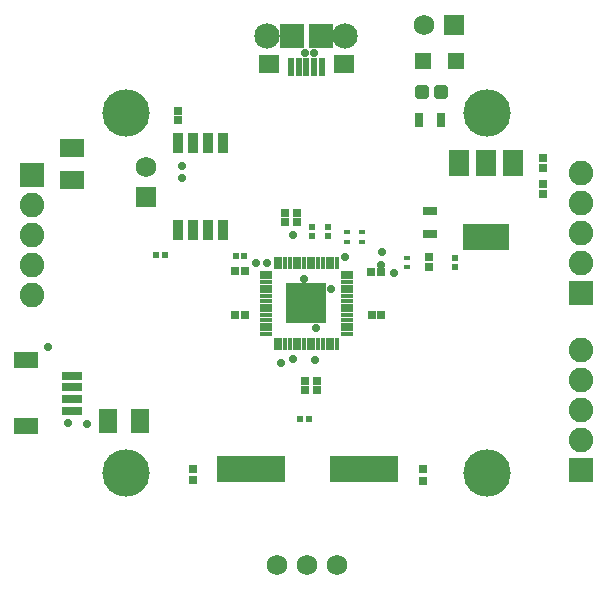
<source format=gts>
G04*
G04 #@! TF.GenerationSoftware,Altium Limited,Altium Designer,24.1.2 (44)*
G04*
G04 Layer_Color=8388736*
%FSLAX25Y25*%
%MOIN*%
G70*
G04*
G04 #@! TF.SameCoordinates,4FFD8F7F-DE4D-45EA-9F54-5B890FCFF799*
G04*
G04*
G04 #@! TF.FilePolarity,Negative*
G04*
G01*
G75*
%ADD21R,0.02648X0.02816*%
%ADD22R,0.02029X0.01860*%
%ADD23R,0.01860X0.02029*%
%ADD24R,0.01968X0.01575*%
%ADD31R,0.02756X0.05118*%
%ADD33R,0.05118X0.02756*%
%ADD41R,0.06115X0.07887*%
%ADD42R,0.07887X0.06115*%
%ADD43R,0.02926X0.03084*%
%ADD44R,0.03084X0.02926*%
%ADD45R,0.22847X0.09068*%
%ADD46R,0.15761X0.08674*%
%ADD47R,0.06706X0.08674*%
G04:AMPARAMS|DCode=48|XSize=48mil|YSize=48mil|CornerRadius=14mil|HoleSize=0mil|Usage=FLASHONLY|Rotation=90.000|XOffset=0mil|YOffset=0mil|HoleType=Round|Shape=RoundedRectangle|*
%AMROUNDEDRECTD48*
21,1,0.04800,0.02000,0,0,90.0*
21,1,0.02000,0.04800,0,0,90.0*
1,1,0.02800,0.01000,0.01000*
1,1,0.02800,0.01000,-0.01000*
1,1,0.02800,-0.01000,-0.01000*
1,1,0.02800,-0.01000,0.01000*
%
%ADD48ROUNDEDRECTD48*%
%ADD49R,0.13398X0.13398*%
%ADD50O,0.01587X0.04245*%
%ADD51O,0.04245X0.01587*%
%ADD52R,0.02965X0.03162*%
%ADD53R,0.05524X0.05524*%
%ADD54R,0.02375X0.06115*%
%ADD55R,0.07099X0.06312*%
%ADD56R,0.08280X0.08280*%
%ADD57R,0.03359X0.06902*%
%ADD58R,0.07887X0.05524*%
%ADD59R,0.06902X0.03162*%
%ADD60C,0.06902*%
%ADD61R,0.06902X0.06902*%
%ADD62R,0.06902X0.06902*%
%ADD63C,0.08477*%
%ADD64C,0.08182*%
%ADD65R,0.08182X0.08182*%
%ADD66C,0.15800*%
%ADD67C,0.02800*%
%ADD68C,0.02769*%
D21*
X137200Y39584D02*
D03*
Y35816D02*
D03*
X60700Y35916D02*
D03*
Y39684D02*
D03*
D22*
X99390Y56400D02*
D03*
X96410D02*
D03*
X51290Y111000D02*
D03*
X48310D02*
D03*
X77790Y110900D02*
D03*
X74810D02*
D03*
D23*
X100200Y120390D02*
D03*
Y117410D02*
D03*
X105500Y120390D02*
D03*
Y117410D02*
D03*
X148100Y107010D02*
D03*
Y109990D02*
D03*
D24*
X111900Y115525D02*
D03*
Y118675D02*
D03*
X117000Y115525D02*
D03*
Y118675D02*
D03*
X131900Y106925D02*
D03*
Y110075D02*
D03*
D31*
X135960Y156100D02*
D03*
X143440D02*
D03*
D33*
X139500Y125640D02*
D03*
Y118160D02*
D03*
D41*
X43013Y55700D02*
D03*
X32187D02*
D03*
D42*
X20400Y146913D02*
D03*
Y136087D02*
D03*
D43*
X55500Y156165D02*
D03*
Y159235D02*
D03*
X91300Y121965D02*
D03*
Y125035D02*
D03*
X102100Y66065D02*
D03*
Y69135D02*
D03*
X98000Y66065D02*
D03*
Y69135D02*
D03*
X95200Y125035D02*
D03*
Y121965D02*
D03*
D44*
X77835Y105800D02*
D03*
X74765D02*
D03*
Y91000D02*
D03*
X77835D02*
D03*
X123235Y91100D02*
D03*
X120165D02*
D03*
X123135Y105400D02*
D03*
X120065D02*
D03*
D45*
X117526Y39670D02*
D03*
X80124D02*
D03*
D46*
X158400Y116998D02*
D03*
D47*
X149345Y141802D02*
D03*
X158400D02*
D03*
X167455D02*
D03*
D48*
X137100Y165400D02*
D03*
X143400D02*
D03*
D49*
X98425Y95000D02*
D03*
D50*
X88189Y108534D02*
D03*
X89764D02*
D03*
X91339D02*
D03*
X92913D02*
D03*
X94488D02*
D03*
X96063D02*
D03*
X97638D02*
D03*
X99213D02*
D03*
X100787D02*
D03*
X102362D02*
D03*
X103937D02*
D03*
X105512D02*
D03*
X107087D02*
D03*
X108661D02*
D03*
Y81467D02*
D03*
X107087D02*
D03*
X105512D02*
D03*
X103937D02*
D03*
X102362D02*
D03*
X100787D02*
D03*
X99213D02*
D03*
X97638D02*
D03*
X96063D02*
D03*
X94488D02*
D03*
X92913D02*
D03*
X91339D02*
D03*
X89764D02*
D03*
X88189D02*
D03*
D51*
X111959Y105236D02*
D03*
Y103661D02*
D03*
Y102087D02*
D03*
Y100512D02*
D03*
Y98937D02*
D03*
Y97362D02*
D03*
Y95787D02*
D03*
Y94213D02*
D03*
Y92638D02*
D03*
Y91063D02*
D03*
Y89488D02*
D03*
Y87913D02*
D03*
Y86339D02*
D03*
Y84764D02*
D03*
X84892D02*
D03*
Y86339D02*
D03*
Y87913D02*
D03*
Y89488D02*
D03*
Y91063D02*
D03*
Y92638D02*
D03*
Y94213D02*
D03*
Y95787D02*
D03*
Y97362D02*
D03*
Y98937D02*
D03*
Y100512D02*
D03*
Y102087D02*
D03*
Y103661D02*
D03*
Y105236D02*
D03*
D52*
X177200Y131327D02*
D03*
Y134673D02*
D03*
Y140027D02*
D03*
Y143373D02*
D03*
X139400Y106927D02*
D03*
Y110273D02*
D03*
D53*
X137188Y175800D02*
D03*
X148212D02*
D03*
D54*
X103543Y173701D02*
D03*
X100984D02*
D03*
X98425D02*
D03*
X95866D02*
D03*
X93307D02*
D03*
D55*
X111024Y174587D02*
D03*
X85827D02*
D03*
D56*
X103150Y184232D02*
D03*
X93701D02*
D03*
D57*
X55500Y119431D02*
D03*
X60500D02*
D03*
X65500D02*
D03*
X70500D02*
D03*
Y148369D02*
D03*
X65500D02*
D03*
X60500D02*
D03*
X55500D02*
D03*
D58*
X5063Y53937D02*
D03*
Y75984D02*
D03*
D59*
X20319Y59055D02*
D03*
Y62992D02*
D03*
Y66929D02*
D03*
Y70866D02*
D03*
D60*
X45000Y140400D02*
D03*
X137700Y187900D02*
D03*
X108583Y7874D02*
D03*
X98583D02*
D03*
X88583D02*
D03*
D61*
X45000Y130400D02*
D03*
D62*
X147700Y187900D02*
D03*
D63*
X111417Y184232D02*
D03*
X85433D02*
D03*
D64*
X6890Y97795D02*
D03*
Y107795D02*
D03*
Y117795D02*
D03*
Y127795D02*
D03*
X189961Y138425D02*
D03*
Y128425D02*
D03*
Y118425D02*
D03*
Y108425D02*
D03*
Y79370D02*
D03*
Y69370D02*
D03*
Y59370D02*
D03*
Y49370D02*
D03*
D65*
X6890Y137795D02*
D03*
X189961Y98425D02*
D03*
Y39370D02*
D03*
D66*
X158465Y158465D02*
D03*
X38386Y38386D02*
D03*
X158465D02*
D03*
X38386Y158465D02*
D03*
D67*
X100989Y178492D02*
D03*
X97800Y178525D02*
D03*
X19000Y55100D02*
D03*
X106700Y99600D02*
D03*
X127600Y105000D02*
D03*
X85300Y108400D02*
D03*
X93800Y76500D02*
D03*
X123200Y107600D02*
D03*
X101413Y76000D02*
D03*
X89800Y75100D02*
D03*
X12300Y80400D02*
D03*
X25300Y54700D02*
D03*
X81700Y108500D02*
D03*
X56800Y136700D02*
D03*
X97600Y103099D02*
D03*
X101625Y86901D02*
D03*
X123700Y112100D02*
D03*
X111400Y110400D02*
D03*
X93900Y117700D02*
D03*
X56800Y140700D02*
D03*
D68*
X102756Y90669D02*
D03*
X98425D02*
D03*
X94095D02*
D03*
X102756Y95000D02*
D03*
X98425D02*
D03*
X94095D02*
D03*
X102756Y99331D02*
D03*
X98425D02*
D03*
X94095D02*
D03*
M02*

</source>
